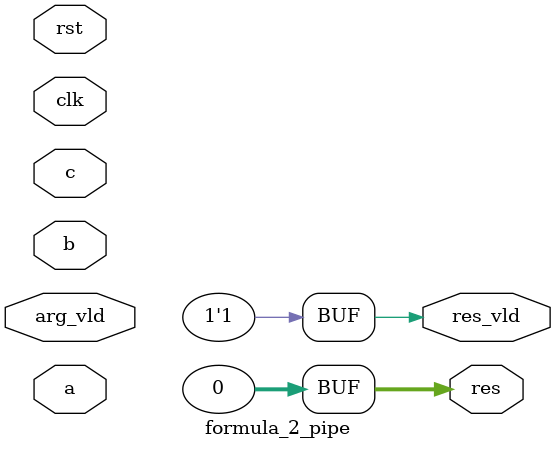
<source format=sv>

module formula_2_pipe
(
    input         clk,
    input         rst,

    input         arg_vld,
    input  [31:0] a,
    input  [31:0] b,
    input  [31:0] c,

    output        res_vld,
    output [31:0] res
);
    // Task:
    //
    // Implement a pipelined module formula_2_pipe that computes the result
    // of the formula defined in the file formula_2_fn.svh.
    //
    // The requirements:
    //
    // 1. The module formula_2_pipe has to be pipelined.
    //
    // It should be able to accept a new set of arguments a, b and c
    // arriving at every clock cycle.
    //
    // It also should be able to produce a new result every clock cycle
    // with a fixed latency after accepting the arguments.
    //
    // 2. Your solution should instantiate exactly 3 instances
    // of a pipelined isqrt module, which computes the integer square root.
    //
    // 3. Your solution should save dynamic power by properly connecting
    // the valid bits.
    //
    // You can read the discussion of this problem
    // in the article by Yuri Panchul published in
    // FPGA-Systems Magazine :: FSM :: Issue ALFA (state_0)
    // You can download this issue from https://fpga-systems.ru/fsm

    assign res_vld = 1;
    assign res = 0;


endmodule

</source>
